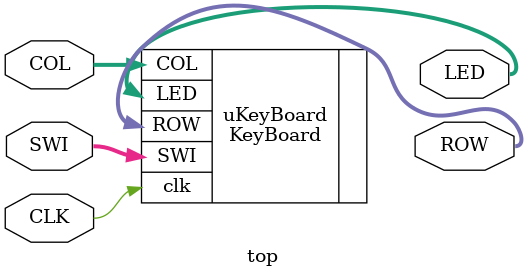
<source format=v>
module top
(
	input CLK,
    input[7:0] SWI,
    output[7:0] LED,
    input[3:0] COL,
    output[3:0] ROW
);

KeyBoard uKeyBoard
(
    .clk(CLK),
    .SWI(SWI),
    .LED(LED),
    .COL(COL),
    .ROW(ROW)
);

endmodule
</source>
